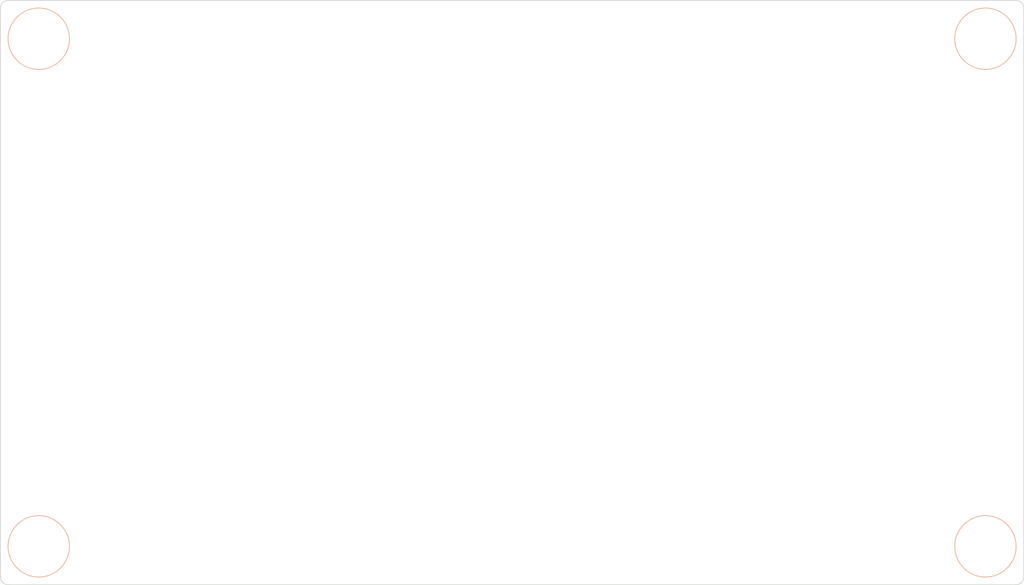
<source format=kicad_pcb>
(kicad_pcb (version 20171130) (host pcbnew "(5.1.10)-1")

  (general
    (thickness 1.6)
    (drawings 16)
    (tracks 0)
    (zones 0)
    (modules 4)
    (nets 1)
  )

  (page A4)
  (layers
    (0 F.Cu signal)
    (31 B.Cu signal)
    (32 B.Adhes user)
    (33 F.Adhes user)
    (34 B.Paste user)
    (35 F.Paste user)
    (36 B.SilkS user)
    (37 F.SilkS user)
    (38 B.Mask user)
    (39 F.Mask user)
    (40 Dwgs.User user)
    (41 Cmts.User user)
    (42 Eco1.User user)
    (43 Eco2.User user)
    (44 Edge.Cuts user)
    (45 Margin user)
    (46 B.CrtYd user)
    (47 F.CrtYd user)
    (48 B.Fab user)
    (49 F.Fab user)
  )

  (setup
    (last_trace_width 0.25)
    (trace_clearance 0.2)
    (zone_clearance 0.508)
    (zone_45_only no)
    (trace_min 0.2)
    (via_size 0.8)
    (via_drill 0.4)
    (via_min_size 0.4)
    (via_min_drill 0.3)
    (uvia_size 0.3)
    (uvia_drill 0.1)
    (uvias_allowed no)
    (uvia_min_size 0.2)
    (uvia_min_drill 0.1)
    (edge_width 0.05)
    (segment_width 0.2)
    (pcb_text_width 0.3)
    (pcb_text_size 1.5 1.5)
    (mod_edge_width 0.12)
    (mod_text_size 1 1)
    (mod_text_width 0.15)
    (pad_size 1.524 1.524)
    (pad_drill 0.762)
    (pad_to_mask_clearance 0)
    (aux_axis_origin 73.62899 61.91308)
    (grid_origin 206.97955 138.1134)
    (visible_elements 7FFFFFFF)
    (pcbplotparams
      (layerselection 0x010fc_ffffffff)
      (usegerberextensions true)
      (usegerberattributes true)
      (usegerberadvancedattributes true)
      (creategerberjobfile false)
      (excludeedgelayer true)
      (linewidth 0.100000)
      (plotframeref false)
      (viasonmask false)
      (mode 1)
      (useauxorigin false)
      (hpglpennumber 1)
      (hpglpenspeed 20)
      (hpglpendiameter 15.000000)
      (psnegative false)
      (psa4output false)
      (plotreference true)
      (plotvalue true)
      (plotinvisibletext false)
      (padsonsilk false)
      (subtractmaskfromsilk true)
      (outputformat 1)
      (mirror false)
      (drillshape 0)
      (scaleselection 1)
      (outputdirectory "production/"))
  )

  (net 0 "")

  (net_class Default "This is the default net class."
    (clearance 0.2)
    (trace_width 0.25)
    (via_dia 0.8)
    (via_drill 0.4)
    (uvia_dia 0.3)
    (uvia_drill 0.1)
  )

  (module MountingHole:MountingHole_2.2mm_M2 (layer F.Cu) (tedit 56D1B4CB) (tstamp 6108966A)
    (at 184.35758 80.96316)
    (descr "Mounting Hole 2.2mm, no annular, M2")
    (tags "mounting hole 2.2mm no annular m2")
    (path /6108E9E8)
    (attr virtual)
    (fp_text reference H4 (at 0 -3.2) (layer Dwgs.User)
      (effects (font (size 1 1) (thickness 0.15)))
    )
    (fp_text value MountingHole (at 0 3.2) (layer F.Fab)
      (effects (font (size 1 1) (thickness 0.15)))
    )
    (fp_circle (center 0 0) (end 2.45 0) (layer F.CrtYd) (width 0.05))
    (fp_circle (center 0 0) (end 2.2 0) (layer Cmts.User) (width 0.15))
    (fp_text user %R (at 0.3 0) (layer F.Fab)
      (effects (font (size 1 1) (thickness 0.15)))
    )
    (pad 1 np_thru_hole circle (at 0 0) (size 2.2 2.2) (drill 2.2) (layers *.Cu *.Mask))
  )

  (module MountingHole:MountingHole_2.2mm_M2 (layer F.Cu) (tedit 56D1B4CB) (tstamp 61089662)
    (at 187.92947 119.06332)
    (descr "Mounting Hole 2.2mm, no annular, M2")
    (tags "mounting hole 2.2mm no annular m2")
    (path /6108EBFC)
    (attr virtual)
    (fp_text reference H3 (at 0 -3.2) (layer Dwgs.User)
      (effects (font (size 1 1) (thickness 0.15)))
    )
    (fp_text value MountingHole (at 0 3.2) (layer F.Fab)
      (effects (font (size 1 1) (thickness 0.15)))
    )
    (fp_circle (center 0 0) (end 2.45 0) (layer F.CrtYd) (width 0.05))
    (fp_circle (center 0 0) (end 2.2 0) (layer Cmts.User) (width 0.15))
    (fp_text user %R (at 0.3 0) (layer F.Fab)
      (effects (font (size 1 1) (thickness 0.15)))
    )
    (pad 1 np_thru_hole circle (at 0 0) (size 2.2 2.2) (drill 2.2) (layers *.Cu *.Mask))
  )

  (module MountingHole:MountingHole_2.2mm_M2 (layer F.Cu) (tedit 56D1B4CB) (tstamp 6108965A)
    (at 92.67907 119.06332)
    (descr "Mounting Hole 2.2mm, no annular, M2")
    (tags "mounting hole 2.2mm no annular m2")
    (path /6108E542)
    (attr virtual)
    (fp_text reference H2 (at 0 -3.2) (layer Dwgs.User)
      (effects (font (size 1 1) (thickness 0.15)))
    )
    (fp_text value MountingHole (at 0 3.2) (layer F.Fab)
      (effects (font (size 1 1) (thickness 0.15)))
    )
    (fp_circle (center 0 0) (end 2.45 0) (layer F.CrtYd) (width 0.05))
    (fp_circle (center 0 0) (end 2.2 0) (layer Cmts.User) (width 0.15))
    (fp_text user %R (at 0.3 0) (layer F.Fab)
      (effects (font (size 1 1) (thickness 0.15)))
    )
    (pad 1 np_thru_hole circle (at 0 0) (size 2.2 2.2) (drill 2.2) (layers *.Cu *.Mask))
  )

  (module MountingHole:MountingHole_2.2mm_M2 (layer F.Cu) (tedit 56D1B4CB) (tstamp 61089652)
    (at 92.67907 80.96316)
    (descr "Mounting Hole 2.2mm, no annular, M2")
    (tags "mounting hole 2.2mm no annular m2")
    (path /6108E145)
    (attr virtual)
    (fp_text reference H1 (at 0 -3.2) (layer Dwgs.User)
      (effects (font (size 1 1) (thickness 0.15)))
    )
    (fp_text value MountingHole (at 0 3.2) (layer F.Fab)
      (effects (font (size 1 1) (thickness 0.15)))
    )
    (fp_circle (center 0 0) (end 2.45 0) (layer F.CrtYd) (width 0.05))
    (fp_circle (center 0 0) (end 2.2 0) (layer Cmts.User) (width 0.15))
    (fp_text user %R (at 0.3 0) (layer F.Fab)
      (effects (font (size 1 1) (thickness 0.15)))
    )
    (pad 1 np_thru_hole circle (at 0 0) (size 2.2 2.2) (drill 2.2) (layers *.Cu *.Mask))
  )

  (gr_circle (center 201.97955 133.1134) (end 205.97955 133.1134) (layer B.SilkS) (width 0.1) (tstamp 61059BF2))
  (gr_circle (center 78.62899 133.113079) (end 82.62899 133.113079) (layer F.SilkS) (width 0.1) (tstamp 6116EBBB))
  (gr_circle (center 201.97955 66.912759) (end 205.97955 66.912759) (layer B.SilkS) (width 0.1) (tstamp 61059BE6))
  (gr_circle (center 78.62899 66.91308) (end 82.62899 66.91308) (layer F.SilkS) (width 0.1) (tstamp 61059BE1))
  (gr_circle (center 201.97955 133.1134) (end 205.97955 133.1134) (layer F.SilkS) (width 0.1))
  (gr_circle (center 78.62899 66.91308) (end 82.62899 66.91308) (layer B.SilkS) (width 0.1))
  (gr_arc (start 74.62899 62.91308) (end 74.62899 61.91308) (angle -90) (layer Edge.Cuts) (width 0.1))
  (gr_circle (center 78.62899 133.113079) (end 82.62899 133.113079) (layer B.SilkS) (width 0.1) (tstamp 6116EBB8))
  (gr_arc (start 205.97899 137.11308) (end 205.97899 138.11308) (angle -90) (layer Edge.Cuts) (width 0.1))
  (gr_circle (center 201.97955 66.912759) (end 205.97955 66.912759) (layer F.SilkS) (width 0.1))
  (gr_arc (start 74.62899 137.113079) (end 73.62899 137.113079) (angle -90) (layer Edge.Cuts) (width 0.1))
  (gr_line (start 206.97899 62.91308) (end 206.97899 137.113079) (layer Edge.Cuts) (width 0.1))
  (gr_line (start 74.62899 61.91308) (end 205.978989 61.91308) (layer Edge.Cuts) (width 0.1))
  (gr_arc (start 205.97899 62.91308) (end 206.97899 62.91308) (angle -90) (layer Edge.Cuts) (width 0.1))
  (gr_line (start 73.62899 137.113079) (end 73.62899 62.91308) (layer Edge.Cuts) (width 0.1))
  (gr_line (start 205.97899 138.11308) (end 74.62899 138.113079) (layer Edge.Cuts) (width 0.1))

)

</source>
